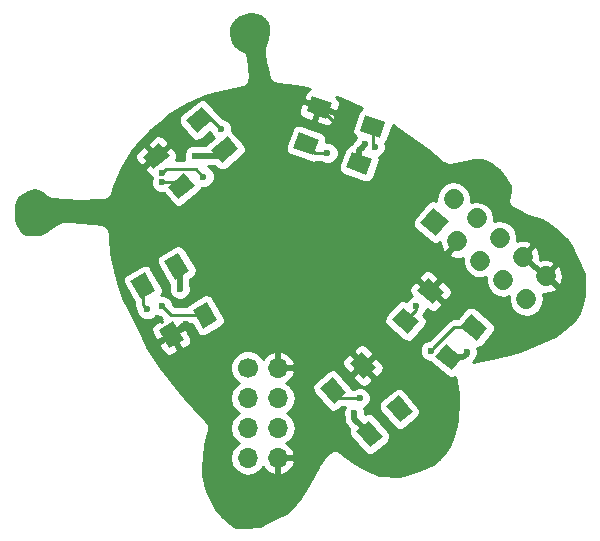
<source format=gtl>
G04 #@! TF.FileFunction,Copper,L1,Top,Signal*
%FSLAX46Y46*%
G04 Gerber Fmt 4.6, Leading zero omitted, Abs format (unit mm)*
G04 Created by KiCad (PCBNEW 4.0.6-e0-6349~52~ubuntu16.10.1) date Sun Jul  9 07:11:00 2017*
%MOMM*%
%LPD*%
G01*
G04 APERTURE LIST*
%ADD10C,0.100000*%
%ADD11C,1.700000*%
%ADD12O,1.700000X1.700000*%
%ADD13C,1.700000*%
%ADD14C,0.600000*%
%ADD15C,0.500000*%
%ADD16C,0.250000*%
%ADD17C,0.254000*%
G04 APERTURE END LIST*
D10*
D11*
X100250000Y-145710000D03*
D12*
X102790000Y-145710000D03*
X100250000Y-148250000D03*
X102790000Y-148250000D03*
X100250000Y-150790000D03*
X102790000Y-150790000D03*
X100250000Y-153330000D03*
X102790000Y-153330000D03*
D10*
G36*
X94072724Y-138225962D02*
X93172724Y-136667116D01*
X94385160Y-135967116D01*
X95285160Y-137525962D01*
X94072724Y-138225962D01*
X94072724Y-138225962D01*
G37*
G36*
X91214840Y-139875962D02*
X90314840Y-138317116D01*
X91527276Y-137617116D01*
X92427276Y-139175962D01*
X91214840Y-139875962D01*
X91214840Y-139875962D01*
G37*
G36*
X93614840Y-144032884D02*
X92714840Y-142474038D01*
X93927276Y-141774038D01*
X94827276Y-143332884D01*
X93614840Y-144032884D01*
X93614840Y-144032884D01*
G37*
G36*
X96472724Y-142382884D02*
X95572724Y-140824038D01*
X96785160Y-140124038D01*
X97685160Y-141682884D01*
X96472724Y-142382884D01*
X96472724Y-142382884D01*
G37*
G36*
X97158821Y-127263561D02*
X98537701Y-126106543D01*
X99437603Y-127179005D01*
X98058723Y-128336023D01*
X97158821Y-127263561D01*
X97158821Y-127263561D01*
G37*
G36*
X95037622Y-124735614D02*
X96416502Y-123578596D01*
X97316404Y-124651058D01*
X95937524Y-125808076D01*
X95037622Y-124735614D01*
X95037622Y-124735614D01*
G37*
G36*
X91360609Y-127820995D02*
X92739489Y-126663977D01*
X93639391Y-127736439D01*
X92260511Y-128893457D01*
X91360609Y-127820995D01*
X91360609Y-127820995D01*
G37*
G36*
X93481808Y-130348942D02*
X94860688Y-129191924D01*
X95760590Y-130264386D01*
X94381710Y-131421404D01*
X93481808Y-130348942D01*
X93481808Y-130348942D01*
G37*
G36*
X109084620Y-127405738D02*
X110776066Y-128021374D01*
X110297238Y-129336944D01*
X108605792Y-128721308D01*
X109084620Y-127405738D01*
X109084620Y-127405738D01*
G37*
G36*
X110213287Y-124304753D02*
X111904733Y-124920389D01*
X111425905Y-126235959D01*
X109734459Y-125620323D01*
X110213287Y-124304753D01*
X110213287Y-124304753D01*
G37*
G36*
X105702762Y-122663056D02*
X107394208Y-123278692D01*
X106915380Y-124594262D01*
X105223934Y-123978626D01*
X105702762Y-122663056D01*
X105702762Y-122663056D01*
G37*
G36*
X104574095Y-125764041D02*
X106265541Y-126379677D01*
X105786713Y-127695247D01*
X104095267Y-127079611D01*
X104574095Y-125764041D01*
X104574095Y-125764041D01*
G37*
G36*
X117038418Y-143691924D02*
X118417298Y-144848942D01*
X117517396Y-145921404D01*
X116138516Y-144764386D01*
X117038418Y-143691924D01*
X117038418Y-143691924D01*
G37*
G36*
X119159617Y-141163977D02*
X120538497Y-142320995D01*
X119638595Y-143393457D01*
X118259715Y-142236439D01*
X119159617Y-141163977D01*
X119159617Y-141163977D01*
G37*
G36*
X115482604Y-138078596D02*
X116861484Y-139235614D01*
X115961582Y-140308076D01*
X114582702Y-139151058D01*
X115482604Y-138078596D01*
X115482604Y-138078596D01*
G37*
G36*
X113361405Y-140606543D02*
X114740285Y-141763561D01*
X113840383Y-142836023D01*
X112461503Y-141679005D01*
X113361405Y-140606543D01*
X113361405Y-140606543D01*
G37*
G36*
X110515156Y-150158821D02*
X111672174Y-151537701D01*
X110599712Y-152437603D01*
X109442694Y-151058723D01*
X110515156Y-150158821D01*
X110515156Y-150158821D01*
G37*
G36*
X113043103Y-148037622D02*
X114200121Y-149416502D01*
X113127659Y-150316404D01*
X111970641Y-148937524D01*
X113043103Y-148037622D01*
X113043103Y-148037622D01*
G37*
G36*
X109957722Y-144360609D02*
X111114740Y-145739489D01*
X110042278Y-146639391D01*
X108885260Y-145260511D01*
X109957722Y-144360609D01*
X109957722Y-144360609D01*
G37*
G36*
X107429775Y-146481808D02*
X108586793Y-147860688D01*
X107514331Y-148760590D01*
X106357313Y-147381710D01*
X107429775Y-146481808D01*
X107429775Y-146481808D01*
G37*
G36*
X116159015Y-134564826D02*
X114856740Y-133472087D01*
X115949479Y-132169812D01*
X117251754Y-133262551D01*
X116159015Y-134564826D01*
X116159015Y-134564826D01*
G37*
D13*
X117686928Y-131421566D02*
X117686928Y-131421566D01*
X118000000Y-135000000D02*
X118000000Y-135000000D01*
X119632680Y-133054247D02*
X119632680Y-133054247D01*
X119945753Y-136632680D02*
X119945753Y-136632680D01*
X121578433Y-134686927D02*
X121578433Y-134686927D01*
X121891506Y-138265361D02*
X121891506Y-138265361D01*
X123524186Y-136319608D02*
X123524186Y-136319608D01*
X123837259Y-139898041D02*
X123837259Y-139898041D01*
X125469939Y-137952288D02*
X125469939Y-137952288D01*
D14*
X118782950Y-144375010D03*
X110194586Y-126758312D03*
X109250000Y-149500000D03*
X95750000Y-127750000D03*
X94500000Y-139000000D03*
X107750000Y-125750000D03*
X95000000Y-142000000D03*
X95445201Y-133113476D03*
X95250000Y-126250000D03*
X93000000Y-129199987D03*
X96500000Y-129500000D03*
X93000000Y-130000000D03*
X91750000Y-140750000D03*
X93000000Y-140500000D03*
X107000000Y-127500000D03*
X98000000Y-125500000D03*
X114500000Y-140500000D03*
X111000000Y-127000000D03*
X115749992Y-144250000D03*
X109750000Y-148250000D03*
D15*
X118466913Y-144806664D02*
X118782950Y-144490627D01*
X117277907Y-144806664D02*
X118466913Y-144806664D01*
X118782950Y-144490627D02*
X118782950Y-144375010D01*
X109894587Y-127058311D02*
X110194586Y-126758312D01*
X109690929Y-128371341D02*
X109690929Y-127261969D01*
X109690929Y-127261969D02*
X109894587Y-127058311D01*
X109250000Y-149500000D02*
X109250000Y-149990778D01*
X109250000Y-149990778D02*
X110557434Y-151298212D01*
X95750000Y-127750000D02*
X97769495Y-127750000D01*
X97769495Y-127750000D02*
X98298212Y-127221283D01*
X94500000Y-139000000D02*
X94500000Y-137367597D01*
X94500000Y-137367597D02*
X94228942Y-137096539D01*
D16*
X106309071Y-123628659D02*
X107750000Y-125069588D01*
X107750000Y-125069588D02*
X107750000Y-125750000D01*
X95000000Y-142000000D02*
X94674519Y-142000000D01*
X94674519Y-142000000D02*
X93771058Y-142903461D01*
X93299999Y-128899988D02*
X93000000Y-129199987D01*
X93333073Y-128866914D02*
X93299999Y-128899988D01*
X96500000Y-129500000D02*
X95866914Y-128866914D01*
X95866914Y-128866914D02*
X93333073Y-128866914D01*
X93000000Y-130000000D02*
X94314535Y-130000000D01*
X94314535Y-130000000D02*
X94621199Y-130306664D01*
X91371058Y-138746539D02*
X91371058Y-140371058D01*
X91371058Y-140371058D02*
X91750000Y-140750000D01*
X93000000Y-140500000D02*
X93753461Y-141253461D01*
X93753461Y-141253461D02*
X96628942Y-141253461D01*
X107000000Y-127500000D02*
X105950760Y-127500000D01*
X105950760Y-127500000D02*
X105180404Y-126729644D01*
X96177013Y-124693336D02*
X97193336Y-124693336D01*
X97193336Y-124693336D02*
X98000000Y-125500000D01*
X114500000Y-140500000D02*
X114500000Y-140822177D01*
X114500000Y-140822177D02*
X113600894Y-141721283D01*
X110819596Y-125270356D02*
X110819596Y-126819596D01*
X110819596Y-126819596D02*
X111000000Y-127000000D01*
X116049991Y-143950001D02*
X115749992Y-144250000D01*
X119399106Y-142278717D02*
X117721275Y-142278717D01*
X117721275Y-142278717D02*
X116049991Y-143950001D01*
X109750000Y-148250000D02*
X108100854Y-148250000D01*
X108100854Y-148250000D02*
X107472053Y-147621199D01*
D17*
G36*
X100629048Y-115750930D02*
X101312719Y-115911794D01*
X101660515Y-116143658D01*
X101841226Y-116474960D01*
X101952858Y-116847068D01*
X101990000Y-117144201D01*
X101990000Y-117299543D01*
X101908067Y-117873073D01*
X101635206Y-118600702D01*
X101628103Y-118644047D01*
X101609697Y-118683924D01*
X101605892Y-118779596D01*
X101590409Y-118874084D01*
X101600434Y-118916844D01*
X101598688Y-118960733D01*
X101748688Y-119910733D01*
X101760913Y-119943918D01*
X101762992Y-119979220D01*
X102062992Y-121129219D01*
X102068948Y-121141502D01*
X102070266Y-121155087D01*
X102129189Y-121265722D01*
X102183872Y-121378483D01*
X102194072Y-121387548D01*
X102200490Y-121399599D01*
X102297266Y-121479263D01*
X102390939Y-121562515D01*
X102403836Y-121566988D01*
X102414374Y-121575663D01*
X102534268Y-121612228D01*
X102652671Y-121653296D01*
X102666294Y-121652494D01*
X102679352Y-121656476D01*
X103670623Y-121755603D01*
X104824299Y-121899812D01*
X105497377Y-122058184D01*
X105319924Y-122140932D01*
X105149257Y-122327182D01*
X104964375Y-122835141D01*
X105059256Y-123038613D01*
X106233167Y-123465881D01*
X106240007Y-123447088D01*
X106478690Y-123533960D01*
X106471849Y-123552755D01*
X107645760Y-123980023D01*
X107849231Y-123885143D01*
X108034113Y-123377183D01*
X108023094Y-123124805D01*
X107916334Y-122895855D01*
X107735697Y-122730331D01*
X108078654Y-122856684D01*
X109903575Y-123695160D01*
X109909998Y-123696693D01*
X109915419Y-123700472D01*
X109947462Y-123714491D01*
X109738977Y-123864062D01*
X109604892Y-124083316D01*
X109126064Y-125398886D01*
X109087189Y-125635155D01*
X109143955Y-125885811D01*
X109293768Y-126094633D01*
X109443965Y-126186487D01*
X109402394Y-126227985D01*
X109352020Y-126349298D01*
X109268797Y-126432521D01*
X109268795Y-126432524D01*
X109065139Y-126636179D01*
X108968030Y-126781513D01*
X108819132Y-126815234D01*
X108610310Y-126965047D01*
X108476225Y-127184301D01*
X107997397Y-128499871D01*
X107958522Y-128736140D01*
X108015288Y-128986796D01*
X108165101Y-129195618D01*
X108384354Y-129329703D01*
X110075800Y-129945339D01*
X110312070Y-129984214D01*
X110562726Y-129927448D01*
X110771548Y-129777635D01*
X110905633Y-129558381D01*
X111384461Y-128242811D01*
X111423336Y-128006542D01*
X111388174Y-127851281D01*
X111528943Y-127793117D01*
X111792192Y-127530327D01*
X111934838Y-127186799D01*
X111935162Y-126814833D01*
X111883130Y-126688907D01*
X111900215Y-126676650D01*
X112034300Y-126457396D01*
X112513128Y-125141826D01*
X112513538Y-125139335D01*
X112986369Y-125477071D01*
X115467941Y-127263803D01*
X116801512Y-128350417D01*
X116835509Y-128368435D01*
X116863058Y-128395295D01*
X116956953Y-128432801D01*
X117046286Y-128480147D01*
X117084589Y-128483784D01*
X117120322Y-128498057D01*
X117221423Y-128496776D01*
X117322074Y-128506332D01*
X117358853Y-128495034D01*
X117397328Y-128494546D01*
X119024007Y-128149493D01*
X119300457Y-128110000D01*
X120100561Y-128110000D01*
X120302242Y-128167623D01*
X120820375Y-128406762D01*
X121272990Y-128777082D01*
X121480049Y-128984141D01*
X122065162Y-129659272D01*
X122271854Y-130031316D01*
X122417211Y-130322031D01*
X122440000Y-130458763D01*
X122440000Y-130849543D01*
X122406190Y-131086213D01*
X122326435Y-131325478D01*
X122315300Y-131413807D01*
X122291787Y-131499669D01*
X122298132Y-131550000D01*
X122291787Y-131600331D01*
X122315301Y-131686195D01*
X122326435Y-131774522D01*
X122351557Y-131818592D01*
X122364956Y-131867522D01*
X122419542Y-131937855D01*
X122463628Y-132015193D01*
X122503703Y-132046296D01*
X122534807Y-132086372D01*
X122612148Y-132130460D01*
X122682478Y-132185043D01*
X123182478Y-132435043D01*
X123200278Y-132439917D01*
X123215419Y-132450472D01*
X124015418Y-132800472D01*
X124037785Y-132805381D01*
X124057362Y-132817253D01*
X124607362Y-133017253D01*
X124617003Y-133018734D01*
X124625478Y-133023565D01*
X125177608Y-133207608D01*
X125552539Y-133395073D01*
X126229271Y-133981574D01*
X127236574Y-134892944D01*
X127642577Y-135380148D01*
X128706716Y-137739759D01*
X128740000Y-138039319D01*
X128740000Y-138972729D01*
X128695050Y-139557082D01*
X128564334Y-140254231D01*
X128261599Y-141032693D01*
X127929123Y-141572966D01*
X127559730Y-141983402D01*
X126586950Y-142770890D01*
X126261738Y-142974148D01*
X125652469Y-143255349D01*
X125648464Y-143258261D01*
X125643667Y-143259485D01*
X124514686Y-143799432D01*
X123334774Y-144271397D01*
X122335549Y-144509308D01*
X122334528Y-144509777D01*
X122333405Y-144509822D01*
X120897021Y-144856535D01*
X119660758Y-145103788D01*
X119361521Y-145163635D01*
X119408737Y-145116419D01*
X119408740Y-145116417D01*
X119498973Y-144981374D01*
X119575142Y-144905337D01*
X119717788Y-144561809D01*
X119718112Y-144189843D01*
X119654171Y-144035094D01*
X119686108Y-144039151D01*
X119933576Y-143969795D01*
X120134563Y-143809623D01*
X121034465Y-142737161D01*
X121151805Y-142528437D01*
X121184191Y-142273483D01*
X121114835Y-142026015D01*
X120954663Y-141825027D01*
X119575783Y-140668009D01*
X119367059Y-140550669D01*
X119112104Y-140518283D01*
X118864636Y-140587639D01*
X118663649Y-140747811D01*
X118016782Y-141518717D01*
X117721275Y-141518717D01*
X117430436Y-141576569D01*
X117353627Y-141627891D01*
X117183873Y-141741316D01*
X115610312Y-143314878D01*
X115564825Y-143314838D01*
X115221049Y-143456883D01*
X114957800Y-143719673D01*
X114815154Y-144063201D01*
X114814830Y-144435167D01*
X114956875Y-144778943D01*
X115219665Y-145042192D01*
X115563193Y-145184838D01*
X115662238Y-145184924D01*
X115722350Y-145260354D01*
X117101230Y-146417372D01*
X117309954Y-146534712D01*
X117564909Y-146567098D01*
X117782344Y-146506159D01*
X117852870Y-146835279D01*
X118043816Y-147933220D01*
X118088523Y-148648525D01*
X117995797Y-150039407D01*
X117862267Y-150573528D01*
X117622028Y-151486437D01*
X117314936Y-152319971D01*
X116943848Y-152855988D01*
X116457031Y-153387061D01*
X115914958Y-153845739D01*
X114741652Y-154387265D01*
X113462261Y-154798497D01*
X112935867Y-154838989D01*
X111657273Y-154791634D01*
X111375350Y-154756394D01*
X110579093Y-154446738D01*
X109887289Y-154123896D01*
X109304260Y-153765108D01*
X108269997Y-152965905D01*
X108152046Y-152847954D01*
X108078020Y-152798492D01*
X108011740Y-152739064D01*
X107963887Y-152722231D01*
X107921705Y-152694046D01*
X107834390Y-152676678D01*
X107750409Y-152647136D01*
X107699755Y-152649897D01*
X107650000Y-152640000D01*
X107562682Y-152657369D01*
X107473792Y-152662214D01*
X107428051Y-152684149D01*
X107378295Y-152694046D01*
X107304273Y-152743506D01*
X107224000Y-152782000D01*
X107024000Y-152932000D01*
X106946747Y-153018161D01*
X106864032Y-153099075D01*
X106214032Y-154049074D01*
X106200159Y-154081551D01*
X106177463Y-154108609D01*
X105332946Y-155648611D01*
X104710800Y-156701473D01*
X104278149Y-157263920D01*
X103494521Y-157960477D01*
X102233868Y-158614149D01*
X101316557Y-159050964D01*
X100025540Y-159140000D01*
X99295733Y-159140000D01*
X99123972Y-159066388D01*
X98718293Y-158822980D01*
X98066324Y-158257941D01*
X97593850Y-157656610D01*
X96858277Y-156323384D01*
X96734796Y-155911778D01*
X96460000Y-154812596D01*
X96460000Y-154166135D01*
X96507336Y-153124749D01*
X96648462Y-152277992D01*
X96740034Y-151820133D01*
X96981149Y-151000338D01*
X96989499Y-150907498D01*
X97009809Y-150816507D01*
X97001802Y-150770716D01*
X97005966Y-150724424D01*
X96978151Y-150635450D01*
X96962094Y-150543619D01*
X96937176Y-150504381D01*
X96923306Y-150460015D01*
X96863561Y-150388461D01*
X96813583Y-150309762D01*
X95778266Y-149225146D01*
X94953144Y-148250000D01*
X98735907Y-148250000D01*
X98848946Y-148818285D01*
X99170853Y-149300054D01*
X99500026Y-149520000D01*
X99170853Y-149739946D01*
X98848946Y-150221715D01*
X98735907Y-150790000D01*
X98848946Y-151358285D01*
X99170853Y-151840054D01*
X99500026Y-152060000D01*
X99170853Y-152279946D01*
X98848946Y-152761715D01*
X98735907Y-153330000D01*
X98848946Y-153898285D01*
X99170853Y-154380054D01*
X99652622Y-154701961D01*
X100220907Y-154815000D01*
X100279093Y-154815000D01*
X100847378Y-154701961D01*
X101329147Y-154380054D01*
X101518345Y-154096899D01*
X101518355Y-154096924D01*
X101908642Y-154525183D01*
X102433108Y-154771486D01*
X102663000Y-154650819D01*
X102663000Y-153457000D01*
X102917000Y-153457000D01*
X102917000Y-154650819D01*
X103146892Y-154771486D01*
X103671358Y-154525183D01*
X104061645Y-154096924D01*
X104231476Y-153686890D01*
X104110155Y-153457000D01*
X102917000Y-153457000D01*
X102663000Y-153457000D01*
X102643000Y-153457000D01*
X102643000Y-153203000D01*
X102663000Y-153203000D01*
X102663000Y-153183000D01*
X102917000Y-153183000D01*
X102917000Y-153203000D01*
X104110155Y-153203000D01*
X104231476Y-152973110D01*
X104061645Y-152563076D01*
X103671358Y-152134817D01*
X103528447Y-152067702D01*
X103869147Y-151840054D01*
X104191054Y-151358285D01*
X104304093Y-150790000D01*
X104191054Y-150221715D01*
X103869147Y-149739946D01*
X103539974Y-149520000D01*
X103869147Y-149300054D01*
X104191054Y-148818285D01*
X104304093Y-148250000D01*
X104191054Y-147681715D01*
X103946944Y-147316377D01*
X105713178Y-147316377D01*
X105738508Y-147572129D01*
X105861345Y-147797876D01*
X107018363Y-149176756D01*
X107203541Y-149328558D01*
X107448998Y-149404725D01*
X107704750Y-149379395D01*
X107930497Y-149256558D01*
X108224334Y-149010000D01*
X108441063Y-149010000D01*
X108315162Y-149313201D01*
X108314838Y-149685167D01*
X108365000Y-149806569D01*
X108365000Y-149990773D01*
X108364999Y-149990778D01*
X108410936Y-150221715D01*
X108432367Y-150329453D01*
X108598306Y-150577800D01*
X108624210Y-150616568D01*
X108846509Y-150838867D01*
X108798559Y-150993390D01*
X108823889Y-151249142D01*
X108946726Y-151474889D01*
X110103744Y-152853769D01*
X110288922Y-153005571D01*
X110534379Y-153081738D01*
X110790131Y-153056408D01*
X111015878Y-152933571D01*
X112088340Y-152033669D01*
X112240142Y-151848491D01*
X112316309Y-151603034D01*
X112290979Y-151347282D01*
X112168142Y-151121535D01*
X111011124Y-149742655D01*
X110825946Y-149590853D01*
X110580489Y-149514686D01*
X110324737Y-149540016D01*
X110184900Y-149616107D01*
X110185162Y-149314833D01*
X110102940Y-149115840D01*
X110278943Y-149043117D01*
X110450167Y-148872191D01*
X111326506Y-148872191D01*
X111351836Y-149127943D01*
X111474673Y-149353690D01*
X112631691Y-150732570D01*
X112816869Y-150884372D01*
X113062326Y-150960539D01*
X113318078Y-150935209D01*
X113543825Y-150812372D01*
X114616287Y-149912470D01*
X114768089Y-149727292D01*
X114844256Y-149481835D01*
X114818926Y-149226083D01*
X114696089Y-149000336D01*
X113539071Y-147621456D01*
X113353893Y-147469654D01*
X113108436Y-147393487D01*
X112852684Y-147418817D01*
X112626937Y-147541654D01*
X111554475Y-148441556D01*
X111402673Y-148626734D01*
X111326506Y-148872191D01*
X110450167Y-148872191D01*
X110542192Y-148780327D01*
X110684838Y-148436799D01*
X110685162Y-148064833D01*
X110543117Y-147721057D01*
X110280327Y-147457808D01*
X109936799Y-147315162D01*
X109564833Y-147314838D01*
X109221057Y-147456883D01*
X109187882Y-147490000D01*
X109107507Y-147490000D01*
X109082761Y-147444522D01*
X108354840Y-146577019D01*
X109161007Y-146577019D01*
X109474650Y-146950803D01*
X109637030Y-147144321D01*
X109861105Y-147260967D01*
X110112763Y-147282983D01*
X110353690Y-147207019D01*
X110767782Y-146859555D01*
X110787349Y-146635903D01*
X109984346Y-145678922D01*
X109180574Y-146353367D01*
X109161007Y-146577019D01*
X108354840Y-146577019D01*
X107925743Y-146065642D01*
X107740565Y-145913840D01*
X107495108Y-145837673D01*
X107239356Y-145863003D01*
X107013609Y-145985840D01*
X105941147Y-146885742D01*
X105789345Y-147070920D01*
X105713178Y-147316377D01*
X103946944Y-147316377D01*
X103869147Y-147199946D01*
X103528447Y-146972298D01*
X103671358Y-146905183D01*
X104061645Y-146476924D01*
X104231476Y-146066890D01*
X104110155Y-145837000D01*
X102917000Y-145837000D01*
X102917000Y-145857000D01*
X102663000Y-145857000D01*
X102663000Y-145837000D01*
X102643000Y-145837000D01*
X102643000Y-145583000D01*
X102663000Y-145583000D01*
X102663000Y-144389181D01*
X102917000Y-144389181D01*
X102917000Y-145583000D01*
X104110155Y-145583000D01*
X104231476Y-145353110D01*
X104222317Y-145330996D01*
X108241668Y-145330996D01*
X108317631Y-145571922D01*
X108480012Y-145765440D01*
X108793654Y-146139224D01*
X109017306Y-146158791D01*
X109783766Y-145515654D01*
X110178922Y-145515654D01*
X110981924Y-146472635D01*
X111205576Y-146492202D01*
X111619668Y-146144737D01*
X111736315Y-145920662D01*
X111758332Y-145669004D01*
X111682369Y-145428078D01*
X111519988Y-145234560D01*
X111206346Y-144860776D01*
X110982694Y-144841209D01*
X110178922Y-145515654D01*
X109783766Y-145515654D01*
X109821078Y-145484346D01*
X109018076Y-144527365D01*
X108794424Y-144507798D01*
X108380332Y-144855263D01*
X108263685Y-145079338D01*
X108241668Y-145330996D01*
X104222317Y-145330996D01*
X104061645Y-144943076D01*
X103671358Y-144514817D01*
X103350422Y-144364097D01*
X109212651Y-144364097D01*
X110015654Y-145321078D01*
X110819426Y-144646633D01*
X110838993Y-144422981D01*
X110525350Y-144049197D01*
X110362970Y-143855679D01*
X110138895Y-143739033D01*
X109887237Y-143717017D01*
X109646310Y-143792981D01*
X109232218Y-144140445D01*
X109212651Y-144364097D01*
X103350422Y-144364097D01*
X103146892Y-144268514D01*
X102917000Y-144389181D01*
X102663000Y-144389181D01*
X102433108Y-144268514D01*
X101908642Y-144514817D01*
X101533169Y-144926820D01*
X101509656Y-144869914D01*
X101092283Y-144451812D01*
X100546681Y-144225258D01*
X99955911Y-144224743D01*
X99409914Y-144450344D01*
X98991812Y-144867717D01*
X98765258Y-145413319D01*
X98764743Y-146004089D01*
X98990344Y-146550086D01*
X99407717Y-146968188D01*
X99475550Y-146996355D01*
X99170853Y-147199946D01*
X98848946Y-147681715D01*
X98735907Y-148250000D01*
X94953144Y-148250000D01*
X94144736Y-147294609D01*
X93215416Y-146169643D01*
X92888841Y-145703107D01*
X91719385Y-143900195D01*
X91679607Y-143818428D01*
X92757789Y-143818428D01*
X93001760Y-144240997D01*
X93128069Y-144459772D01*
X93328485Y-144613556D01*
X93572496Y-144678938D01*
X93822953Y-144645964D01*
X94291091Y-144375685D01*
X94349198Y-144158828D01*
X93724573Y-143076946D01*
X92815896Y-143601571D01*
X92757789Y-143818428D01*
X91679607Y-143818428D01*
X90838457Y-142089399D01*
X90836080Y-142086267D01*
X90835043Y-142082479D01*
X90237820Y-140888032D01*
X89709588Y-139783547D01*
X89278444Y-138490115D01*
X89251894Y-138397188D01*
X89672371Y-138397188D01*
X89754140Y-138640836D01*
X90611058Y-140125062D01*
X90611058Y-140371058D01*
X90668910Y-140661897D01*
X90814886Y-140880366D01*
X90814838Y-140935167D01*
X90956883Y-141278943D01*
X91219673Y-141542192D01*
X91563201Y-141684838D01*
X91935167Y-141685162D01*
X92278943Y-141543117D01*
X92512494Y-141309973D01*
X92813201Y-141434838D01*
X92860077Y-141434879D01*
X93000865Y-141575667D01*
X92893571Y-141637613D01*
X92972945Y-141775093D01*
X92756091Y-141716987D01*
X92287953Y-141987267D01*
X92134169Y-142187682D01*
X92068786Y-142431693D01*
X92101759Y-142682150D01*
X92228069Y-142900925D01*
X92472039Y-143323494D01*
X92688896Y-143381601D01*
X93436544Y-142949946D01*
X93944543Y-142949946D01*
X94569168Y-144031828D01*
X94786025Y-144089935D01*
X95254163Y-143819655D01*
X95407947Y-143619240D01*
X95473330Y-143375229D01*
X95440357Y-143124772D01*
X95314047Y-142905997D01*
X95070077Y-142483428D01*
X94853220Y-142425321D01*
X93944543Y-142949946D01*
X93436544Y-142949946D01*
X93597573Y-142856976D01*
X93587573Y-142839655D01*
X93807543Y-142712655D01*
X93817543Y-142729976D01*
X94726220Y-142205351D01*
X94777637Y-142013461D01*
X95511838Y-142013461D01*
X95912024Y-142706604D01*
X96068029Y-142888255D01*
X96296531Y-143005888D01*
X96552796Y-143025353D01*
X96796444Y-142943584D01*
X98008880Y-142243584D01*
X98190531Y-142087579D01*
X98308164Y-141859077D01*
X98318232Y-141726517D01*
X111815809Y-141726517D01*
X111885165Y-141973985D01*
X112045337Y-142174973D01*
X113424217Y-143331991D01*
X113632941Y-143449331D01*
X113887896Y-143481717D01*
X114135364Y-143412361D01*
X114336351Y-143252189D01*
X115236253Y-142179727D01*
X115353593Y-141971003D01*
X115385979Y-141716049D01*
X115316623Y-141468581D01*
X115156451Y-141267593D01*
X115119552Y-141236631D01*
X115187704Y-141134632D01*
X115292192Y-141030327D01*
X115432307Y-140692895D01*
X115456653Y-140713324D01*
X115650171Y-140875705D01*
X115891097Y-140951668D01*
X116142755Y-140929651D01*
X116366830Y-140813004D01*
X116714295Y-140398912D01*
X116694728Y-140175260D01*
X115737747Y-139372258D01*
X115724891Y-139387579D01*
X115530316Y-139224310D01*
X115543171Y-139208990D01*
X115505860Y-139177682D01*
X115901015Y-139177682D01*
X116857996Y-139980685D01*
X117081648Y-139961118D01*
X117429112Y-139547026D01*
X117505076Y-139306099D01*
X117483060Y-139054441D01*
X117366414Y-138830366D01*
X117172896Y-138667986D01*
X116799112Y-138354343D01*
X116575460Y-138373910D01*
X115901015Y-139177682D01*
X115505860Y-139177682D01*
X114586190Y-138405987D01*
X114362538Y-138425554D01*
X114015074Y-138839646D01*
X113939110Y-139080573D01*
X113961126Y-139332231D01*
X114077772Y-139556306D01*
X114162803Y-139627655D01*
X113971057Y-139706883D01*
X113707808Y-139969673D01*
X113673576Y-140052112D01*
X113568847Y-139993235D01*
X113313892Y-139960849D01*
X113066424Y-140030205D01*
X112865437Y-140190377D01*
X111965535Y-141262839D01*
X111848195Y-141471563D01*
X111815809Y-141726517D01*
X98318232Y-141726517D01*
X98327629Y-141602812D01*
X98245860Y-141359164D01*
X97345860Y-139800318D01*
X97189855Y-139618667D01*
X96961353Y-139501034D01*
X96705088Y-139481569D01*
X96461440Y-139563338D01*
X95249004Y-140263338D01*
X95067353Y-140419343D01*
X95029197Y-140493461D01*
X94068263Y-140493461D01*
X93935122Y-140360320D01*
X93935162Y-140314833D01*
X93793117Y-139971057D01*
X93530327Y-139707808D01*
X93186799Y-139565162D01*
X92940734Y-139564948D01*
X93050280Y-139352155D01*
X93069745Y-139095890D01*
X92987976Y-138852242D01*
X92087976Y-137293396D01*
X91931971Y-137111745D01*
X91703469Y-136994112D01*
X91447204Y-136974647D01*
X91203556Y-137056416D01*
X89991120Y-137756416D01*
X89809469Y-137912421D01*
X89691836Y-138140923D01*
X89672371Y-138397188D01*
X89251894Y-138397188D01*
X89085930Y-137816316D01*
X88818648Y-136747188D01*
X92530255Y-136747188D01*
X92612024Y-136990836D01*
X93512024Y-138549682D01*
X93615000Y-138669586D01*
X93615000Y-138693178D01*
X93565162Y-138813201D01*
X93564838Y-139185167D01*
X93706883Y-139528943D01*
X93969673Y-139792192D01*
X94313201Y-139934838D01*
X94685167Y-139935162D01*
X95028943Y-139793117D01*
X95292192Y-139530327D01*
X95434838Y-139186799D01*
X95435162Y-138814833D01*
X95385000Y-138693431D01*
X95385000Y-138215919D01*
X95608880Y-138086662D01*
X95724040Y-137987760D01*
X114729891Y-137987760D01*
X114749458Y-138211412D01*
X115706439Y-139014414D01*
X116380884Y-138210642D01*
X116361317Y-137986990D01*
X115987533Y-137673348D01*
X115794015Y-137510967D01*
X115553089Y-137435004D01*
X115301431Y-137457021D01*
X115077356Y-137573668D01*
X114729891Y-137987760D01*
X95724040Y-137987760D01*
X95790531Y-137930657D01*
X95908164Y-137702155D01*
X95927629Y-137445890D01*
X95845860Y-137202242D01*
X94945860Y-135643396D01*
X94789855Y-135461745D01*
X94561353Y-135344112D01*
X94305088Y-135324647D01*
X94061440Y-135406416D01*
X92849004Y-136106416D01*
X92667353Y-136262421D01*
X92549720Y-136490923D01*
X92530255Y-136747188D01*
X88818648Y-136747188D01*
X88747684Y-136463333D01*
X88657352Y-135831005D01*
X88609019Y-134912683D01*
X88606302Y-134901995D01*
X88607548Y-134891038D01*
X88557547Y-134291038D01*
X88534166Y-134209572D01*
X88523565Y-134125478D01*
X88473565Y-133975478D01*
X88405930Y-133856829D01*
X88339072Y-133737938D01*
X88337415Y-133736636D01*
X88336372Y-133734807D01*
X88228481Y-133651072D01*
X88121214Y-133566817D01*
X88119189Y-133566250D01*
X88117522Y-133564956D01*
X87985851Y-133528899D01*
X87952652Y-133519599D01*
X114211046Y-133519599D01*
X114280402Y-133767067D01*
X114440573Y-133968055D01*
X115742848Y-135060794D01*
X115951573Y-135178134D01*
X116206527Y-135210520D01*
X116453995Y-135141164D01*
X116540169Y-135072491D01*
X116595104Y-135481167D01*
X116800043Y-135874830D01*
X117054133Y-135929663D01*
X117821078Y-135015654D01*
X117805757Y-135002798D01*
X117969026Y-134808223D01*
X117984346Y-134821078D01*
X117997202Y-134805757D01*
X118191777Y-134969026D01*
X118178922Y-134984346D01*
X118194243Y-134997202D01*
X118030974Y-135191777D01*
X118015654Y-135178922D01*
X117248708Y-136092931D01*
X117346831Y-136333639D01*
X117770100Y-136467106D01*
X118349037Y-136443408D01*
X118492311Y-136377072D01*
X118447702Y-136784394D01*
X118609841Y-137340664D01*
X118972513Y-137792543D01*
X119480505Y-138071237D01*
X120056479Y-138134317D01*
X120436555Y-138023534D01*
X120393455Y-138417075D01*
X120555594Y-138973345D01*
X120918266Y-139425224D01*
X121426258Y-139703918D01*
X122002232Y-139766998D01*
X122382308Y-139656215D01*
X122339208Y-140049755D01*
X122501347Y-140606025D01*
X122864019Y-141057904D01*
X123372011Y-141336598D01*
X123947985Y-141399678D01*
X124504255Y-141237539D01*
X124956134Y-140874867D01*
X124993536Y-140830293D01*
X125272230Y-140322302D01*
X125335310Y-139746327D01*
X125240015Y-139419386D01*
X125240039Y-139419394D01*
X125818976Y-139395696D01*
X126344776Y-139152252D01*
X126400111Y-138898582D01*
X125485593Y-138131210D01*
X125472737Y-138146531D01*
X125278162Y-137983262D01*
X125291017Y-137967942D01*
X125253706Y-137936634D01*
X125648861Y-137936634D01*
X126563379Y-138704006D01*
X126803587Y-138605462D01*
X126952028Y-138045377D01*
X126874835Y-137471121D01*
X126669896Y-137077458D01*
X126415806Y-137022625D01*
X125648861Y-137936634D01*
X125253706Y-137936634D01*
X124376499Y-137200570D01*
X123539840Y-136498530D01*
X123526984Y-136513851D01*
X123332409Y-136350582D01*
X123345264Y-136335262D01*
X123329943Y-136322406D01*
X123345426Y-136303954D01*
X123703108Y-136303954D01*
X124617626Y-137071326D01*
X125454285Y-137773366D01*
X126221231Y-136859357D01*
X126123108Y-136618649D01*
X125699839Y-136485182D01*
X125120902Y-136508880D01*
X124961184Y-136582829D01*
X125006275Y-136412697D01*
X124929082Y-135838441D01*
X124724143Y-135444778D01*
X124470053Y-135389945D01*
X123703108Y-136303954D01*
X123345426Y-136303954D01*
X123493212Y-136127831D01*
X123508532Y-136140686D01*
X124275478Y-135226677D01*
X124177355Y-134985969D01*
X123754086Y-134852502D01*
X123175149Y-134876200D01*
X123031875Y-134942536D01*
X123076484Y-134535213D01*
X122914345Y-133978943D01*
X122551673Y-133527064D01*
X122043681Y-133248370D01*
X121467707Y-133185290D01*
X121087631Y-133296073D01*
X121130731Y-132902533D01*
X120968592Y-132346263D01*
X120605920Y-131894384D01*
X120097928Y-131615690D01*
X119521954Y-131552610D01*
X119141879Y-131663393D01*
X119184979Y-131269852D01*
X119022840Y-130713582D01*
X118660168Y-130261703D01*
X118152176Y-129983009D01*
X117576202Y-129919929D01*
X117019932Y-130082068D01*
X116568053Y-130444740D01*
X116530651Y-130489314D01*
X116251957Y-130997306D01*
X116188877Y-131573280D01*
X116189291Y-131574702D01*
X116156921Y-131556504D01*
X115901967Y-131524118D01*
X115654499Y-131593474D01*
X115453511Y-131753645D01*
X114360772Y-133055920D01*
X114243432Y-133264645D01*
X114211046Y-133519599D01*
X87952652Y-133519599D01*
X87854454Y-133492091D01*
X87207965Y-133442361D01*
X86061507Y-133342669D01*
X86057925Y-133343063D01*
X86054454Y-133342091D01*
X85404455Y-133292091D01*
X85377060Y-133295383D01*
X85350000Y-133290000D01*
X84600000Y-133290000D01*
X84531777Y-133303571D01*
X84462215Y-133303498D01*
X84397240Y-133330332D01*
X84328295Y-133344046D01*
X84270459Y-133382691D01*
X84206163Y-133409244D01*
X83756163Y-133709244D01*
X83751675Y-133713723D01*
X83745861Y-133716244D01*
X83157607Y-134123497D01*
X82665136Y-134328693D01*
X82450561Y-134390000D01*
X81620302Y-134390000D01*
X81503166Y-134366573D01*
X81366511Y-134311911D01*
X81264090Y-134250459D01*
X81087600Y-134044554D01*
X80829366Y-133571125D01*
X80635043Y-133182478D01*
X80635042Y-133182476D01*
X80610000Y-133132393D01*
X80610000Y-132014023D01*
X80674205Y-131660898D01*
X80830203Y-131411301D01*
X80942862Y-131270477D01*
X81189607Y-131094231D01*
X81616511Y-130838088D01*
X81992428Y-130687723D01*
X82158763Y-130660000D01*
X82250561Y-130660000D01*
X82470035Y-130722707D01*
X82658892Y-130798250D01*
X82858773Y-130898191D01*
X83070725Y-131074817D01*
X83197954Y-131202046D01*
X83290003Y-131263550D01*
X83376851Y-131332198D01*
X83404447Y-131340019D01*
X83428295Y-131355954D01*
X83536869Y-131377551D01*
X83643381Y-131407739D01*
X84893381Y-131507739D01*
X84903150Y-131506596D01*
X84912683Y-131509019D01*
X85862683Y-131559019D01*
X85891256Y-131554883D01*
X85919715Y-131559726D01*
X87719714Y-131509726D01*
X87753501Y-131502024D01*
X87788065Y-131504517D01*
X88188065Y-131454517D01*
X88207624Y-131448020D01*
X88228232Y-131448324D01*
X88338444Y-131404565D01*
X88450968Y-131367188D01*
X88466551Y-131353702D01*
X88485709Y-131346095D01*
X88570781Y-131263494D01*
X88660440Y-131185898D01*
X88669678Y-131167471D01*
X88684463Y-131153115D01*
X88731448Y-131044253D01*
X88784590Y-130938246D01*
X88786072Y-130917690D01*
X88794240Y-130898766D01*
X88929215Y-130268883D01*
X89246215Y-129544312D01*
X89511487Y-128984293D01*
X91507798Y-128984293D01*
X91855263Y-129398385D01*
X92079338Y-129515032D01*
X92119971Y-129518587D01*
X92153651Y-129600098D01*
X92065162Y-129813201D01*
X92064838Y-130185167D01*
X92206883Y-130528943D01*
X92469673Y-130792192D01*
X92813201Y-130934838D01*
X93128491Y-130935113D01*
X93885742Y-131837570D01*
X94070920Y-131989372D01*
X94316377Y-132065539D01*
X94572129Y-132040209D01*
X94797876Y-131917372D01*
X96176756Y-130760354D01*
X96328558Y-130575176D01*
X96372090Y-130434889D01*
X96685167Y-130435162D01*
X97028943Y-130293117D01*
X97292192Y-130030327D01*
X97434838Y-129686799D01*
X97435162Y-129314833D01*
X97293117Y-128971057D01*
X97030327Y-128707808D01*
X96854987Y-128635000D01*
X97464422Y-128635000D01*
X97562755Y-128752189D01*
X97747933Y-128903991D01*
X97993390Y-128980158D01*
X98249142Y-128954828D01*
X98474889Y-128831991D01*
X99853769Y-127674973D01*
X100005571Y-127489795D01*
X100081738Y-127244338D01*
X100066893Y-127094443D01*
X103447997Y-127094443D01*
X103504763Y-127345099D01*
X103654576Y-127553921D01*
X103873829Y-127688006D01*
X105565275Y-128303642D01*
X105801545Y-128342517D01*
X106052201Y-128285751D01*
X106088095Y-128260000D01*
X106437537Y-128260000D01*
X106469673Y-128292192D01*
X106813201Y-128434838D01*
X107185167Y-128435162D01*
X107528943Y-128293117D01*
X107792192Y-128030327D01*
X107934838Y-127686799D01*
X107935162Y-127314833D01*
X107793117Y-126971057D01*
X107530327Y-126707808D01*
X107186799Y-126565162D01*
X106879895Y-126564895D01*
X106912811Y-126364845D01*
X106856045Y-126114189D01*
X106706232Y-125905367D01*
X106486979Y-125771282D01*
X104795533Y-125155646D01*
X104559263Y-125116771D01*
X104308607Y-125173537D01*
X104099785Y-125323350D01*
X103965700Y-125542604D01*
X103486872Y-126858174D01*
X103447997Y-127094443D01*
X100066893Y-127094443D01*
X100056408Y-126988586D01*
X99933571Y-126762839D01*
X99033669Y-125690377D01*
X98934905Y-125609414D01*
X98935162Y-125314833D01*
X98793117Y-124971057D01*
X98530327Y-124707808D01*
X98186799Y-124565162D01*
X98139923Y-124565121D01*
X97815569Y-124240767D01*
X97812372Y-124234892D01*
X97514696Y-123880135D01*
X104584029Y-123880135D01*
X104595048Y-124132513D01*
X104701808Y-124361463D01*
X104888058Y-124532130D01*
X105125442Y-124618531D01*
X105583957Y-124785416D01*
X105601128Y-124777409D01*
X106026111Y-124777409D01*
X106120991Y-124980881D01*
X106579506Y-125147767D01*
X106816890Y-125234167D01*
X107069268Y-125223148D01*
X107298218Y-125116386D01*
X107468885Y-124930136D01*
X107653767Y-124422177D01*
X107558886Y-124218705D01*
X106384975Y-123791437D01*
X106026111Y-124777409D01*
X105601128Y-124777409D01*
X105787429Y-124690536D01*
X106146293Y-123704563D01*
X104972382Y-123277295D01*
X104768911Y-123372175D01*
X104584029Y-123880135D01*
X97514696Y-123880135D01*
X96912470Y-123162430D01*
X96727292Y-123010628D01*
X96481835Y-122934461D01*
X96226083Y-122959791D01*
X96000336Y-123082628D01*
X94621456Y-124239646D01*
X94469654Y-124424824D01*
X94393487Y-124670281D01*
X94418817Y-124926033D01*
X94541654Y-125151780D01*
X95441556Y-126224242D01*
X95626734Y-126376044D01*
X95872191Y-126452211D01*
X96127943Y-126426881D01*
X96353690Y-126304044D01*
X97071635Y-125701617D01*
X97206883Y-126028943D01*
X97396533Y-126218924D01*
X96742655Y-126767593D01*
X96662804Y-126865000D01*
X96056822Y-126865000D01*
X95936799Y-126815162D01*
X95564833Y-126814838D01*
X95221057Y-126956883D01*
X94957808Y-127219673D01*
X94815162Y-127563201D01*
X94814838Y-127935167D01*
X94885802Y-128106914D01*
X94162423Y-128106914D01*
X94260967Y-127917612D01*
X94282983Y-127665954D01*
X94207019Y-127425027D01*
X93859555Y-127010935D01*
X93635903Y-126991368D01*
X92678922Y-127794371D01*
X92691777Y-127809691D01*
X92497202Y-127972960D01*
X92484346Y-127957639D01*
X91527365Y-128760641D01*
X91507798Y-128984293D01*
X89511487Y-128984293D01*
X89676742Y-128635422D01*
X89957326Y-128167782D01*
X90126177Y-127891480D01*
X90717017Y-127891480D01*
X90792981Y-128132407D01*
X91140445Y-128546499D01*
X91364097Y-128566066D01*
X92321078Y-127763063D01*
X91646633Y-126959291D01*
X91422981Y-126939724D01*
X91049197Y-127253367D01*
X90855679Y-127415747D01*
X90739033Y-127639822D01*
X90717017Y-127891480D01*
X90126177Y-127891480D01*
X90482441Y-127308503D01*
X90892425Y-126796023D01*
X91841209Y-126796023D01*
X92515654Y-127599795D01*
X93472635Y-126796793D01*
X93492202Y-126573141D01*
X93144737Y-126159049D01*
X92920662Y-126042402D01*
X92669004Y-126020385D01*
X92428078Y-126096348D01*
X92234560Y-126258729D01*
X91860776Y-126572371D01*
X91841209Y-126796023D01*
X90892425Y-126796023D01*
X91029849Y-126624243D01*
X92084555Y-125569537D01*
X93207841Y-124592767D01*
X93702725Y-124187861D01*
X95126181Y-123381236D01*
X96654049Y-122665047D01*
X97570586Y-122390086D01*
X99836328Y-121946789D01*
X99928982Y-121908751D01*
X100025240Y-121881124D01*
X100056106Y-121856561D01*
X100092600Y-121841578D01*
X100163642Y-121770981D01*
X100242004Y-121708619D01*
X100261119Y-121674114D01*
X100289103Y-121646306D01*
X100327722Y-121553892D01*
X100376252Y-121466292D01*
X100380708Y-121427098D01*
X100395919Y-121390699D01*
X100396233Y-121290548D01*
X100407547Y-121191038D01*
X100257547Y-119391038D01*
X100220523Y-119262037D01*
X100185044Y-119132478D01*
X100182339Y-119128992D01*
X100181124Y-119124760D01*
X100097556Y-119019751D01*
X100015193Y-118913628D01*
X100011364Y-118911445D01*
X100008619Y-118907996D01*
X99891192Y-118842942D01*
X99774522Y-118776435D01*
X99572527Y-118709103D01*
X99256950Y-118488199D01*
X99117827Y-118293427D01*
X98925814Y-117870998D01*
X98810000Y-117369139D01*
X98810000Y-116903792D01*
X98959724Y-116574400D01*
X99240708Y-116223170D01*
X99572527Y-115990897D01*
X100376583Y-115722878D01*
X100629048Y-115750930D01*
X100629048Y-115750930D01*
G37*
X100629048Y-115750930D02*
X101312719Y-115911794D01*
X101660515Y-116143658D01*
X101841226Y-116474960D01*
X101952858Y-116847068D01*
X101990000Y-117144201D01*
X101990000Y-117299543D01*
X101908067Y-117873073D01*
X101635206Y-118600702D01*
X101628103Y-118644047D01*
X101609697Y-118683924D01*
X101605892Y-118779596D01*
X101590409Y-118874084D01*
X101600434Y-118916844D01*
X101598688Y-118960733D01*
X101748688Y-119910733D01*
X101760913Y-119943918D01*
X101762992Y-119979220D01*
X102062992Y-121129219D01*
X102068948Y-121141502D01*
X102070266Y-121155087D01*
X102129189Y-121265722D01*
X102183872Y-121378483D01*
X102194072Y-121387548D01*
X102200490Y-121399599D01*
X102297266Y-121479263D01*
X102390939Y-121562515D01*
X102403836Y-121566988D01*
X102414374Y-121575663D01*
X102534268Y-121612228D01*
X102652671Y-121653296D01*
X102666294Y-121652494D01*
X102679352Y-121656476D01*
X103670623Y-121755603D01*
X104824299Y-121899812D01*
X105497377Y-122058184D01*
X105319924Y-122140932D01*
X105149257Y-122327182D01*
X104964375Y-122835141D01*
X105059256Y-123038613D01*
X106233167Y-123465881D01*
X106240007Y-123447088D01*
X106478690Y-123533960D01*
X106471849Y-123552755D01*
X107645760Y-123980023D01*
X107849231Y-123885143D01*
X108034113Y-123377183D01*
X108023094Y-123124805D01*
X107916334Y-122895855D01*
X107735697Y-122730331D01*
X108078654Y-122856684D01*
X109903575Y-123695160D01*
X109909998Y-123696693D01*
X109915419Y-123700472D01*
X109947462Y-123714491D01*
X109738977Y-123864062D01*
X109604892Y-124083316D01*
X109126064Y-125398886D01*
X109087189Y-125635155D01*
X109143955Y-125885811D01*
X109293768Y-126094633D01*
X109443965Y-126186487D01*
X109402394Y-126227985D01*
X109352020Y-126349298D01*
X109268797Y-126432521D01*
X109268795Y-126432524D01*
X109065139Y-126636179D01*
X108968030Y-126781513D01*
X108819132Y-126815234D01*
X108610310Y-126965047D01*
X108476225Y-127184301D01*
X107997397Y-128499871D01*
X107958522Y-128736140D01*
X108015288Y-128986796D01*
X108165101Y-129195618D01*
X108384354Y-129329703D01*
X110075800Y-129945339D01*
X110312070Y-129984214D01*
X110562726Y-129927448D01*
X110771548Y-129777635D01*
X110905633Y-129558381D01*
X111384461Y-128242811D01*
X111423336Y-128006542D01*
X111388174Y-127851281D01*
X111528943Y-127793117D01*
X111792192Y-127530327D01*
X111934838Y-127186799D01*
X111935162Y-126814833D01*
X111883130Y-126688907D01*
X111900215Y-126676650D01*
X112034300Y-126457396D01*
X112513128Y-125141826D01*
X112513538Y-125139335D01*
X112986369Y-125477071D01*
X115467941Y-127263803D01*
X116801512Y-128350417D01*
X116835509Y-128368435D01*
X116863058Y-128395295D01*
X116956953Y-128432801D01*
X117046286Y-128480147D01*
X117084589Y-128483784D01*
X117120322Y-128498057D01*
X117221423Y-128496776D01*
X117322074Y-128506332D01*
X117358853Y-128495034D01*
X117397328Y-128494546D01*
X119024007Y-128149493D01*
X119300457Y-128110000D01*
X120100561Y-128110000D01*
X120302242Y-128167623D01*
X120820375Y-128406762D01*
X121272990Y-128777082D01*
X121480049Y-128984141D01*
X122065162Y-129659272D01*
X122271854Y-130031316D01*
X122417211Y-130322031D01*
X122440000Y-130458763D01*
X122440000Y-130849543D01*
X122406190Y-131086213D01*
X122326435Y-131325478D01*
X122315300Y-131413807D01*
X122291787Y-131499669D01*
X122298132Y-131550000D01*
X122291787Y-131600331D01*
X122315301Y-131686195D01*
X122326435Y-131774522D01*
X122351557Y-131818592D01*
X122364956Y-131867522D01*
X122419542Y-131937855D01*
X122463628Y-132015193D01*
X122503703Y-132046296D01*
X122534807Y-132086372D01*
X122612148Y-132130460D01*
X122682478Y-132185043D01*
X123182478Y-132435043D01*
X123200278Y-132439917D01*
X123215419Y-132450472D01*
X124015418Y-132800472D01*
X124037785Y-132805381D01*
X124057362Y-132817253D01*
X124607362Y-133017253D01*
X124617003Y-133018734D01*
X124625478Y-133023565D01*
X125177608Y-133207608D01*
X125552539Y-133395073D01*
X126229271Y-133981574D01*
X127236574Y-134892944D01*
X127642577Y-135380148D01*
X128706716Y-137739759D01*
X128740000Y-138039319D01*
X128740000Y-138972729D01*
X128695050Y-139557082D01*
X128564334Y-140254231D01*
X128261599Y-141032693D01*
X127929123Y-141572966D01*
X127559730Y-141983402D01*
X126586950Y-142770890D01*
X126261738Y-142974148D01*
X125652469Y-143255349D01*
X125648464Y-143258261D01*
X125643667Y-143259485D01*
X124514686Y-143799432D01*
X123334774Y-144271397D01*
X122335549Y-144509308D01*
X122334528Y-144509777D01*
X122333405Y-144509822D01*
X120897021Y-144856535D01*
X119660758Y-145103788D01*
X119361521Y-145163635D01*
X119408737Y-145116419D01*
X119408740Y-145116417D01*
X119498973Y-144981374D01*
X119575142Y-144905337D01*
X119717788Y-144561809D01*
X119718112Y-144189843D01*
X119654171Y-144035094D01*
X119686108Y-144039151D01*
X119933576Y-143969795D01*
X120134563Y-143809623D01*
X121034465Y-142737161D01*
X121151805Y-142528437D01*
X121184191Y-142273483D01*
X121114835Y-142026015D01*
X120954663Y-141825027D01*
X119575783Y-140668009D01*
X119367059Y-140550669D01*
X119112104Y-140518283D01*
X118864636Y-140587639D01*
X118663649Y-140747811D01*
X118016782Y-141518717D01*
X117721275Y-141518717D01*
X117430436Y-141576569D01*
X117353627Y-141627891D01*
X117183873Y-141741316D01*
X115610312Y-143314878D01*
X115564825Y-143314838D01*
X115221049Y-143456883D01*
X114957800Y-143719673D01*
X114815154Y-144063201D01*
X114814830Y-144435167D01*
X114956875Y-144778943D01*
X115219665Y-145042192D01*
X115563193Y-145184838D01*
X115662238Y-145184924D01*
X115722350Y-145260354D01*
X117101230Y-146417372D01*
X117309954Y-146534712D01*
X117564909Y-146567098D01*
X117782344Y-146506159D01*
X117852870Y-146835279D01*
X118043816Y-147933220D01*
X118088523Y-148648525D01*
X117995797Y-150039407D01*
X117862267Y-150573528D01*
X117622028Y-151486437D01*
X117314936Y-152319971D01*
X116943848Y-152855988D01*
X116457031Y-153387061D01*
X115914958Y-153845739D01*
X114741652Y-154387265D01*
X113462261Y-154798497D01*
X112935867Y-154838989D01*
X111657273Y-154791634D01*
X111375350Y-154756394D01*
X110579093Y-154446738D01*
X109887289Y-154123896D01*
X109304260Y-153765108D01*
X108269997Y-152965905D01*
X108152046Y-152847954D01*
X108078020Y-152798492D01*
X108011740Y-152739064D01*
X107963887Y-152722231D01*
X107921705Y-152694046D01*
X107834390Y-152676678D01*
X107750409Y-152647136D01*
X107699755Y-152649897D01*
X107650000Y-152640000D01*
X107562682Y-152657369D01*
X107473792Y-152662214D01*
X107428051Y-152684149D01*
X107378295Y-152694046D01*
X107304273Y-152743506D01*
X107224000Y-152782000D01*
X107024000Y-152932000D01*
X106946747Y-153018161D01*
X106864032Y-153099075D01*
X106214032Y-154049074D01*
X106200159Y-154081551D01*
X106177463Y-154108609D01*
X105332946Y-155648611D01*
X104710800Y-156701473D01*
X104278149Y-157263920D01*
X103494521Y-157960477D01*
X102233868Y-158614149D01*
X101316557Y-159050964D01*
X100025540Y-159140000D01*
X99295733Y-159140000D01*
X99123972Y-159066388D01*
X98718293Y-158822980D01*
X98066324Y-158257941D01*
X97593850Y-157656610D01*
X96858277Y-156323384D01*
X96734796Y-155911778D01*
X96460000Y-154812596D01*
X96460000Y-154166135D01*
X96507336Y-153124749D01*
X96648462Y-152277992D01*
X96740034Y-151820133D01*
X96981149Y-151000338D01*
X96989499Y-150907498D01*
X97009809Y-150816507D01*
X97001802Y-150770716D01*
X97005966Y-150724424D01*
X96978151Y-150635450D01*
X96962094Y-150543619D01*
X96937176Y-150504381D01*
X96923306Y-150460015D01*
X96863561Y-150388461D01*
X96813583Y-150309762D01*
X95778266Y-149225146D01*
X94953144Y-148250000D01*
X98735907Y-148250000D01*
X98848946Y-148818285D01*
X99170853Y-149300054D01*
X99500026Y-149520000D01*
X99170853Y-149739946D01*
X98848946Y-150221715D01*
X98735907Y-150790000D01*
X98848946Y-151358285D01*
X99170853Y-151840054D01*
X99500026Y-152060000D01*
X99170853Y-152279946D01*
X98848946Y-152761715D01*
X98735907Y-153330000D01*
X98848946Y-153898285D01*
X99170853Y-154380054D01*
X99652622Y-154701961D01*
X100220907Y-154815000D01*
X100279093Y-154815000D01*
X100847378Y-154701961D01*
X101329147Y-154380054D01*
X101518345Y-154096899D01*
X101518355Y-154096924D01*
X101908642Y-154525183D01*
X102433108Y-154771486D01*
X102663000Y-154650819D01*
X102663000Y-153457000D01*
X102917000Y-153457000D01*
X102917000Y-154650819D01*
X103146892Y-154771486D01*
X103671358Y-154525183D01*
X104061645Y-154096924D01*
X104231476Y-153686890D01*
X104110155Y-153457000D01*
X102917000Y-153457000D01*
X102663000Y-153457000D01*
X102643000Y-153457000D01*
X102643000Y-153203000D01*
X102663000Y-153203000D01*
X102663000Y-153183000D01*
X102917000Y-153183000D01*
X102917000Y-153203000D01*
X104110155Y-153203000D01*
X104231476Y-152973110D01*
X104061645Y-152563076D01*
X103671358Y-152134817D01*
X103528447Y-152067702D01*
X103869147Y-151840054D01*
X104191054Y-151358285D01*
X104304093Y-150790000D01*
X104191054Y-150221715D01*
X103869147Y-149739946D01*
X103539974Y-149520000D01*
X103869147Y-149300054D01*
X104191054Y-148818285D01*
X104304093Y-148250000D01*
X104191054Y-147681715D01*
X103946944Y-147316377D01*
X105713178Y-147316377D01*
X105738508Y-147572129D01*
X105861345Y-147797876D01*
X107018363Y-149176756D01*
X107203541Y-149328558D01*
X107448998Y-149404725D01*
X107704750Y-149379395D01*
X107930497Y-149256558D01*
X108224334Y-149010000D01*
X108441063Y-149010000D01*
X108315162Y-149313201D01*
X108314838Y-149685167D01*
X108365000Y-149806569D01*
X108365000Y-149990773D01*
X108364999Y-149990778D01*
X108410936Y-150221715D01*
X108432367Y-150329453D01*
X108598306Y-150577800D01*
X108624210Y-150616568D01*
X108846509Y-150838867D01*
X108798559Y-150993390D01*
X108823889Y-151249142D01*
X108946726Y-151474889D01*
X110103744Y-152853769D01*
X110288922Y-153005571D01*
X110534379Y-153081738D01*
X110790131Y-153056408D01*
X111015878Y-152933571D01*
X112088340Y-152033669D01*
X112240142Y-151848491D01*
X112316309Y-151603034D01*
X112290979Y-151347282D01*
X112168142Y-151121535D01*
X111011124Y-149742655D01*
X110825946Y-149590853D01*
X110580489Y-149514686D01*
X110324737Y-149540016D01*
X110184900Y-149616107D01*
X110185162Y-149314833D01*
X110102940Y-149115840D01*
X110278943Y-149043117D01*
X110450167Y-148872191D01*
X111326506Y-148872191D01*
X111351836Y-149127943D01*
X111474673Y-149353690D01*
X112631691Y-150732570D01*
X112816869Y-150884372D01*
X113062326Y-150960539D01*
X113318078Y-150935209D01*
X113543825Y-150812372D01*
X114616287Y-149912470D01*
X114768089Y-149727292D01*
X114844256Y-149481835D01*
X114818926Y-149226083D01*
X114696089Y-149000336D01*
X113539071Y-147621456D01*
X113353893Y-147469654D01*
X113108436Y-147393487D01*
X112852684Y-147418817D01*
X112626937Y-147541654D01*
X111554475Y-148441556D01*
X111402673Y-148626734D01*
X111326506Y-148872191D01*
X110450167Y-148872191D01*
X110542192Y-148780327D01*
X110684838Y-148436799D01*
X110685162Y-148064833D01*
X110543117Y-147721057D01*
X110280327Y-147457808D01*
X109936799Y-147315162D01*
X109564833Y-147314838D01*
X109221057Y-147456883D01*
X109187882Y-147490000D01*
X109107507Y-147490000D01*
X109082761Y-147444522D01*
X108354840Y-146577019D01*
X109161007Y-146577019D01*
X109474650Y-146950803D01*
X109637030Y-147144321D01*
X109861105Y-147260967D01*
X110112763Y-147282983D01*
X110353690Y-147207019D01*
X110767782Y-146859555D01*
X110787349Y-146635903D01*
X109984346Y-145678922D01*
X109180574Y-146353367D01*
X109161007Y-146577019D01*
X108354840Y-146577019D01*
X107925743Y-146065642D01*
X107740565Y-145913840D01*
X107495108Y-145837673D01*
X107239356Y-145863003D01*
X107013609Y-145985840D01*
X105941147Y-146885742D01*
X105789345Y-147070920D01*
X105713178Y-147316377D01*
X103946944Y-147316377D01*
X103869147Y-147199946D01*
X103528447Y-146972298D01*
X103671358Y-146905183D01*
X104061645Y-146476924D01*
X104231476Y-146066890D01*
X104110155Y-145837000D01*
X102917000Y-145837000D01*
X102917000Y-145857000D01*
X102663000Y-145857000D01*
X102663000Y-145837000D01*
X102643000Y-145837000D01*
X102643000Y-145583000D01*
X102663000Y-145583000D01*
X102663000Y-144389181D01*
X102917000Y-144389181D01*
X102917000Y-145583000D01*
X104110155Y-145583000D01*
X104231476Y-145353110D01*
X104222317Y-145330996D01*
X108241668Y-145330996D01*
X108317631Y-145571922D01*
X108480012Y-145765440D01*
X108793654Y-146139224D01*
X109017306Y-146158791D01*
X109783766Y-145515654D01*
X110178922Y-145515654D01*
X110981924Y-146472635D01*
X111205576Y-146492202D01*
X111619668Y-146144737D01*
X111736315Y-145920662D01*
X111758332Y-145669004D01*
X111682369Y-145428078D01*
X111519988Y-145234560D01*
X111206346Y-144860776D01*
X110982694Y-144841209D01*
X110178922Y-145515654D01*
X109783766Y-145515654D01*
X109821078Y-145484346D01*
X109018076Y-144527365D01*
X108794424Y-144507798D01*
X108380332Y-144855263D01*
X108263685Y-145079338D01*
X108241668Y-145330996D01*
X104222317Y-145330996D01*
X104061645Y-144943076D01*
X103671358Y-144514817D01*
X103350422Y-144364097D01*
X109212651Y-144364097D01*
X110015654Y-145321078D01*
X110819426Y-144646633D01*
X110838993Y-144422981D01*
X110525350Y-144049197D01*
X110362970Y-143855679D01*
X110138895Y-143739033D01*
X109887237Y-143717017D01*
X109646310Y-143792981D01*
X109232218Y-144140445D01*
X109212651Y-144364097D01*
X103350422Y-144364097D01*
X103146892Y-144268514D01*
X102917000Y-144389181D01*
X102663000Y-144389181D01*
X102433108Y-144268514D01*
X101908642Y-144514817D01*
X101533169Y-144926820D01*
X101509656Y-144869914D01*
X101092283Y-144451812D01*
X100546681Y-144225258D01*
X99955911Y-144224743D01*
X99409914Y-144450344D01*
X98991812Y-144867717D01*
X98765258Y-145413319D01*
X98764743Y-146004089D01*
X98990344Y-146550086D01*
X99407717Y-146968188D01*
X99475550Y-146996355D01*
X99170853Y-147199946D01*
X98848946Y-147681715D01*
X98735907Y-148250000D01*
X94953144Y-148250000D01*
X94144736Y-147294609D01*
X93215416Y-146169643D01*
X92888841Y-145703107D01*
X91719385Y-143900195D01*
X91679607Y-143818428D01*
X92757789Y-143818428D01*
X93001760Y-144240997D01*
X93128069Y-144459772D01*
X93328485Y-144613556D01*
X93572496Y-144678938D01*
X93822953Y-144645964D01*
X94291091Y-144375685D01*
X94349198Y-144158828D01*
X93724573Y-143076946D01*
X92815896Y-143601571D01*
X92757789Y-143818428D01*
X91679607Y-143818428D01*
X90838457Y-142089399D01*
X90836080Y-142086267D01*
X90835043Y-142082479D01*
X90237820Y-140888032D01*
X89709588Y-139783547D01*
X89278444Y-138490115D01*
X89251894Y-138397188D01*
X89672371Y-138397188D01*
X89754140Y-138640836D01*
X90611058Y-140125062D01*
X90611058Y-140371058D01*
X90668910Y-140661897D01*
X90814886Y-140880366D01*
X90814838Y-140935167D01*
X90956883Y-141278943D01*
X91219673Y-141542192D01*
X91563201Y-141684838D01*
X91935167Y-141685162D01*
X92278943Y-141543117D01*
X92512494Y-141309973D01*
X92813201Y-141434838D01*
X92860077Y-141434879D01*
X93000865Y-141575667D01*
X92893571Y-141637613D01*
X92972945Y-141775093D01*
X92756091Y-141716987D01*
X92287953Y-141987267D01*
X92134169Y-142187682D01*
X92068786Y-142431693D01*
X92101759Y-142682150D01*
X92228069Y-142900925D01*
X92472039Y-143323494D01*
X92688896Y-143381601D01*
X93436544Y-142949946D01*
X93944543Y-142949946D01*
X94569168Y-144031828D01*
X94786025Y-144089935D01*
X95254163Y-143819655D01*
X95407947Y-143619240D01*
X95473330Y-143375229D01*
X95440357Y-143124772D01*
X95314047Y-142905997D01*
X95070077Y-142483428D01*
X94853220Y-142425321D01*
X93944543Y-142949946D01*
X93436544Y-142949946D01*
X93597573Y-142856976D01*
X93587573Y-142839655D01*
X93807543Y-142712655D01*
X93817543Y-142729976D01*
X94726220Y-142205351D01*
X94777637Y-142013461D01*
X95511838Y-142013461D01*
X95912024Y-142706604D01*
X96068029Y-142888255D01*
X96296531Y-143005888D01*
X96552796Y-143025353D01*
X96796444Y-142943584D01*
X98008880Y-142243584D01*
X98190531Y-142087579D01*
X98308164Y-141859077D01*
X98318232Y-141726517D01*
X111815809Y-141726517D01*
X111885165Y-141973985D01*
X112045337Y-142174973D01*
X113424217Y-143331991D01*
X113632941Y-143449331D01*
X113887896Y-143481717D01*
X114135364Y-143412361D01*
X114336351Y-143252189D01*
X115236253Y-142179727D01*
X115353593Y-141971003D01*
X115385979Y-141716049D01*
X115316623Y-141468581D01*
X115156451Y-141267593D01*
X115119552Y-141236631D01*
X115187704Y-141134632D01*
X115292192Y-141030327D01*
X115432307Y-140692895D01*
X115456653Y-140713324D01*
X115650171Y-140875705D01*
X115891097Y-140951668D01*
X116142755Y-140929651D01*
X116366830Y-140813004D01*
X116714295Y-140398912D01*
X116694728Y-140175260D01*
X115737747Y-139372258D01*
X115724891Y-139387579D01*
X115530316Y-139224310D01*
X115543171Y-139208990D01*
X115505860Y-139177682D01*
X115901015Y-139177682D01*
X116857996Y-139980685D01*
X117081648Y-139961118D01*
X117429112Y-139547026D01*
X117505076Y-139306099D01*
X117483060Y-139054441D01*
X117366414Y-138830366D01*
X117172896Y-138667986D01*
X116799112Y-138354343D01*
X116575460Y-138373910D01*
X115901015Y-139177682D01*
X115505860Y-139177682D01*
X114586190Y-138405987D01*
X114362538Y-138425554D01*
X114015074Y-138839646D01*
X113939110Y-139080573D01*
X113961126Y-139332231D01*
X114077772Y-139556306D01*
X114162803Y-139627655D01*
X113971057Y-139706883D01*
X113707808Y-139969673D01*
X113673576Y-140052112D01*
X113568847Y-139993235D01*
X113313892Y-139960849D01*
X113066424Y-140030205D01*
X112865437Y-140190377D01*
X111965535Y-141262839D01*
X111848195Y-141471563D01*
X111815809Y-141726517D01*
X98318232Y-141726517D01*
X98327629Y-141602812D01*
X98245860Y-141359164D01*
X97345860Y-139800318D01*
X97189855Y-139618667D01*
X96961353Y-139501034D01*
X96705088Y-139481569D01*
X96461440Y-139563338D01*
X95249004Y-140263338D01*
X95067353Y-140419343D01*
X95029197Y-140493461D01*
X94068263Y-140493461D01*
X93935122Y-140360320D01*
X93935162Y-140314833D01*
X93793117Y-139971057D01*
X93530327Y-139707808D01*
X93186799Y-139565162D01*
X92940734Y-139564948D01*
X93050280Y-139352155D01*
X93069745Y-139095890D01*
X92987976Y-138852242D01*
X92087976Y-137293396D01*
X91931971Y-137111745D01*
X91703469Y-136994112D01*
X91447204Y-136974647D01*
X91203556Y-137056416D01*
X89991120Y-137756416D01*
X89809469Y-137912421D01*
X89691836Y-138140923D01*
X89672371Y-138397188D01*
X89251894Y-138397188D01*
X89085930Y-137816316D01*
X88818648Y-136747188D01*
X92530255Y-136747188D01*
X92612024Y-136990836D01*
X93512024Y-138549682D01*
X93615000Y-138669586D01*
X93615000Y-138693178D01*
X93565162Y-138813201D01*
X93564838Y-139185167D01*
X93706883Y-139528943D01*
X93969673Y-139792192D01*
X94313201Y-139934838D01*
X94685167Y-139935162D01*
X95028943Y-139793117D01*
X95292192Y-139530327D01*
X95434838Y-139186799D01*
X95435162Y-138814833D01*
X95385000Y-138693431D01*
X95385000Y-138215919D01*
X95608880Y-138086662D01*
X95724040Y-137987760D01*
X114729891Y-137987760D01*
X114749458Y-138211412D01*
X115706439Y-139014414D01*
X116380884Y-138210642D01*
X116361317Y-137986990D01*
X115987533Y-137673348D01*
X115794015Y-137510967D01*
X115553089Y-137435004D01*
X115301431Y-137457021D01*
X115077356Y-137573668D01*
X114729891Y-137987760D01*
X95724040Y-137987760D01*
X95790531Y-137930657D01*
X95908164Y-137702155D01*
X95927629Y-137445890D01*
X95845860Y-137202242D01*
X94945860Y-135643396D01*
X94789855Y-135461745D01*
X94561353Y-135344112D01*
X94305088Y-135324647D01*
X94061440Y-135406416D01*
X92849004Y-136106416D01*
X92667353Y-136262421D01*
X92549720Y-136490923D01*
X92530255Y-136747188D01*
X88818648Y-136747188D01*
X88747684Y-136463333D01*
X88657352Y-135831005D01*
X88609019Y-134912683D01*
X88606302Y-134901995D01*
X88607548Y-134891038D01*
X88557547Y-134291038D01*
X88534166Y-134209572D01*
X88523565Y-134125478D01*
X88473565Y-133975478D01*
X88405930Y-133856829D01*
X88339072Y-133737938D01*
X88337415Y-133736636D01*
X88336372Y-133734807D01*
X88228481Y-133651072D01*
X88121214Y-133566817D01*
X88119189Y-133566250D01*
X88117522Y-133564956D01*
X87985851Y-133528899D01*
X87952652Y-133519599D01*
X114211046Y-133519599D01*
X114280402Y-133767067D01*
X114440573Y-133968055D01*
X115742848Y-135060794D01*
X115951573Y-135178134D01*
X116206527Y-135210520D01*
X116453995Y-135141164D01*
X116540169Y-135072491D01*
X116595104Y-135481167D01*
X116800043Y-135874830D01*
X117054133Y-135929663D01*
X117821078Y-135015654D01*
X117805757Y-135002798D01*
X117969026Y-134808223D01*
X117984346Y-134821078D01*
X117997202Y-134805757D01*
X118191777Y-134969026D01*
X118178922Y-134984346D01*
X118194243Y-134997202D01*
X118030974Y-135191777D01*
X118015654Y-135178922D01*
X117248708Y-136092931D01*
X117346831Y-136333639D01*
X117770100Y-136467106D01*
X118349037Y-136443408D01*
X118492311Y-136377072D01*
X118447702Y-136784394D01*
X118609841Y-137340664D01*
X118972513Y-137792543D01*
X119480505Y-138071237D01*
X120056479Y-138134317D01*
X120436555Y-138023534D01*
X120393455Y-138417075D01*
X120555594Y-138973345D01*
X120918266Y-139425224D01*
X121426258Y-139703918D01*
X122002232Y-139766998D01*
X122382308Y-139656215D01*
X122339208Y-140049755D01*
X122501347Y-140606025D01*
X122864019Y-141057904D01*
X123372011Y-141336598D01*
X123947985Y-141399678D01*
X124504255Y-141237539D01*
X124956134Y-140874867D01*
X124993536Y-140830293D01*
X125272230Y-140322302D01*
X125335310Y-139746327D01*
X125240015Y-139419386D01*
X125240039Y-139419394D01*
X125818976Y-139395696D01*
X126344776Y-139152252D01*
X126400111Y-138898582D01*
X125485593Y-138131210D01*
X125472737Y-138146531D01*
X125278162Y-137983262D01*
X125291017Y-137967942D01*
X125253706Y-137936634D01*
X125648861Y-137936634D01*
X126563379Y-138704006D01*
X126803587Y-138605462D01*
X126952028Y-138045377D01*
X126874835Y-137471121D01*
X126669896Y-137077458D01*
X126415806Y-137022625D01*
X125648861Y-137936634D01*
X125253706Y-137936634D01*
X124376499Y-137200570D01*
X123539840Y-136498530D01*
X123526984Y-136513851D01*
X123332409Y-136350582D01*
X123345264Y-136335262D01*
X123329943Y-136322406D01*
X123345426Y-136303954D01*
X123703108Y-136303954D01*
X124617626Y-137071326D01*
X125454285Y-137773366D01*
X126221231Y-136859357D01*
X126123108Y-136618649D01*
X125699839Y-136485182D01*
X125120902Y-136508880D01*
X124961184Y-136582829D01*
X125006275Y-136412697D01*
X124929082Y-135838441D01*
X124724143Y-135444778D01*
X124470053Y-135389945D01*
X123703108Y-136303954D01*
X123345426Y-136303954D01*
X123493212Y-136127831D01*
X123508532Y-136140686D01*
X124275478Y-135226677D01*
X124177355Y-134985969D01*
X123754086Y-134852502D01*
X123175149Y-134876200D01*
X123031875Y-134942536D01*
X123076484Y-134535213D01*
X122914345Y-133978943D01*
X122551673Y-133527064D01*
X122043681Y-133248370D01*
X121467707Y-133185290D01*
X121087631Y-133296073D01*
X121130731Y-132902533D01*
X120968592Y-132346263D01*
X120605920Y-131894384D01*
X120097928Y-131615690D01*
X119521954Y-131552610D01*
X119141879Y-131663393D01*
X119184979Y-131269852D01*
X119022840Y-130713582D01*
X118660168Y-130261703D01*
X118152176Y-129983009D01*
X117576202Y-129919929D01*
X117019932Y-130082068D01*
X116568053Y-130444740D01*
X116530651Y-130489314D01*
X116251957Y-130997306D01*
X116188877Y-131573280D01*
X116189291Y-131574702D01*
X116156921Y-131556504D01*
X115901967Y-131524118D01*
X115654499Y-131593474D01*
X115453511Y-131753645D01*
X114360772Y-133055920D01*
X114243432Y-133264645D01*
X114211046Y-133519599D01*
X87952652Y-133519599D01*
X87854454Y-133492091D01*
X87207965Y-133442361D01*
X86061507Y-133342669D01*
X86057925Y-133343063D01*
X86054454Y-133342091D01*
X85404455Y-133292091D01*
X85377060Y-133295383D01*
X85350000Y-133290000D01*
X84600000Y-133290000D01*
X84531777Y-133303571D01*
X84462215Y-133303498D01*
X84397240Y-133330332D01*
X84328295Y-133344046D01*
X84270459Y-133382691D01*
X84206163Y-133409244D01*
X83756163Y-133709244D01*
X83751675Y-133713723D01*
X83745861Y-133716244D01*
X83157607Y-134123497D01*
X82665136Y-134328693D01*
X82450561Y-134390000D01*
X81620302Y-134390000D01*
X81503166Y-134366573D01*
X81366511Y-134311911D01*
X81264090Y-134250459D01*
X81087600Y-134044554D01*
X80829366Y-133571125D01*
X80635043Y-133182478D01*
X80635042Y-133182476D01*
X80610000Y-133132393D01*
X80610000Y-132014023D01*
X80674205Y-131660898D01*
X80830203Y-131411301D01*
X80942862Y-131270477D01*
X81189607Y-131094231D01*
X81616511Y-130838088D01*
X81992428Y-130687723D01*
X82158763Y-130660000D01*
X82250561Y-130660000D01*
X82470035Y-130722707D01*
X82658892Y-130798250D01*
X82858773Y-130898191D01*
X83070725Y-131074817D01*
X83197954Y-131202046D01*
X83290003Y-131263550D01*
X83376851Y-131332198D01*
X83404447Y-131340019D01*
X83428295Y-131355954D01*
X83536869Y-131377551D01*
X83643381Y-131407739D01*
X84893381Y-131507739D01*
X84903150Y-131506596D01*
X84912683Y-131509019D01*
X85862683Y-131559019D01*
X85891256Y-131554883D01*
X85919715Y-131559726D01*
X87719714Y-131509726D01*
X87753501Y-131502024D01*
X87788065Y-131504517D01*
X88188065Y-131454517D01*
X88207624Y-131448020D01*
X88228232Y-131448324D01*
X88338444Y-131404565D01*
X88450968Y-131367188D01*
X88466551Y-131353702D01*
X88485709Y-131346095D01*
X88570781Y-131263494D01*
X88660440Y-131185898D01*
X88669678Y-131167471D01*
X88684463Y-131153115D01*
X88731448Y-131044253D01*
X88784590Y-130938246D01*
X88786072Y-130917690D01*
X88794240Y-130898766D01*
X88929215Y-130268883D01*
X89246215Y-129544312D01*
X89511487Y-128984293D01*
X91507798Y-128984293D01*
X91855263Y-129398385D01*
X92079338Y-129515032D01*
X92119971Y-129518587D01*
X92153651Y-129600098D01*
X92065162Y-129813201D01*
X92064838Y-130185167D01*
X92206883Y-130528943D01*
X92469673Y-130792192D01*
X92813201Y-130934838D01*
X93128491Y-130935113D01*
X93885742Y-131837570D01*
X94070920Y-131989372D01*
X94316377Y-132065539D01*
X94572129Y-132040209D01*
X94797876Y-131917372D01*
X96176756Y-130760354D01*
X96328558Y-130575176D01*
X96372090Y-130434889D01*
X96685167Y-130435162D01*
X97028943Y-130293117D01*
X97292192Y-130030327D01*
X97434838Y-129686799D01*
X97435162Y-129314833D01*
X97293117Y-128971057D01*
X97030327Y-128707808D01*
X96854987Y-128635000D01*
X97464422Y-128635000D01*
X97562755Y-128752189D01*
X97747933Y-128903991D01*
X97993390Y-128980158D01*
X98249142Y-128954828D01*
X98474889Y-128831991D01*
X99853769Y-127674973D01*
X100005571Y-127489795D01*
X100081738Y-127244338D01*
X100066893Y-127094443D01*
X103447997Y-127094443D01*
X103504763Y-127345099D01*
X103654576Y-127553921D01*
X103873829Y-127688006D01*
X105565275Y-128303642D01*
X105801545Y-128342517D01*
X106052201Y-128285751D01*
X106088095Y-128260000D01*
X106437537Y-128260000D01*
X106469673Y-128292192D01*
X106813201Y-128434838D01*
X107185167Y-128435162D01*
X107528943Y-128293117D01*
X107792192Y-128030327D01*
X107934838Y-127686799D01*
X107935162Y-127314833D01*
X107793117Y-126971057D01*
X107530327Y-126707808D01*
X107186799Y-126565162D01*
X106879895Y-126564895D01*
X106912811Y-126364845D01*
X106856045Y-126114189D01*
X106706232Y-125905367D01*
X106486979Y-125771282D01*
X104795533Y-125155646D01*
X104559263Y-125116771D01*
X104308607Y-125173537D01*
X104099785Y-125323350D01*
X103965700Y-125542604D01*
X103486872Y-126858174D01*
X103447997Y-127094443D01*
X100066893Y-127094443D01*
X100056408Y-126988586D01*
X99933571Y-126762839D01*
X99033669Y-125690377D01*
X98934905Y-125609414D01*
X98935162Y-125314833D01*
X98793117Y-124971057D01*
X98530327Y-124707808D01*
X98186799Y-124565162D01*
X98139923Y-124565121D01*
X97815569Y-124240767D01*
X97812372Y-124234892D01*
X97514696Y-123880135D01*
X104584029Y-123880135D01*
X104595048Y-124132513D01*
X104701808Y-124361463D01*
X104888058Y-124532130D01*
X105125442Y-124618531D01*
X105583957Y-124785416D01*
X105601128Y-124777409D01*
X106026111Y-124777409D01*
X106120991Y-124980881D01*
X106579506Y-125147767D01*
X106816890Y-125234167D01*
X107069268Y-125223148D01*
X107298218Y-125116386D01*
X107468885Y-124930136D01*
X107653767Y-124422177D01*
X107558886Y-124218705D01*
X106384975Y-123791437D01*
X106026111Y-124777409D01*
X105601128Y-124777409D01*
X105787429Y-124690536D01*
X106146293Y-123704563D01*
X104972382Y-123277295D01*
X104768911Y-123372175D01*
X104584029Y-123880135D01*
X97514696Y-123880135D01*
X96912470Y-123162430D01*
X96727292Y-123010628D01*
X96481835Y-122934461D01*
X96226083Y-122959791D01*
X96000336Y-123082628D01*
X94621456Y-124239646D01*
X94469654Y-124424824D01*
X94393487Y-124670281D01*
X94418817Y-124926033D01*
X94541654Y-125151780D01*
X95441556Y-126224242D01*
X95626734Y-126376044D01*
X95872191Y-126452211D01*
X96127943Y-126426881D01*
X96353690Y-126304044D01*
X97071635Y-125701617D01*
X97206883Y-126028943D01*
X97396533Y-126218924D01*
X96742655Y-126767593D01*
X96662804Y-126865000D01*
X96056822Y-126865000D01*
X95936799Y-126815162D01*
X95564833Y-126814838D01*
X95221057Y-126956883D01*
X94957808Y-127219673D01*
X94815162Y-127563201D01*
X94814838Y-127935167D01*
X94885802Y-128106914D01*
X94162423Y-128106914D01*
X94260967Y-127917612D01*
X94282983Y-127665954D01*
X94207019Y-127425027D01*
X93859555Y-127010935D01*
X93635903Y-126991368D01*
X92678922Y-127794371D01*
X92691777Y-127809691D01*
X92497202Y-127972960D01*
X92484346Y-127957639D01*
X91527365Y-128760641D01*
X91507798Y-128984293D01*
X89511487Y-128984293D01*
X89676742Y-128635422D01*
X89957326Y-128167782D01*
X90126177Y-127891480D01*
X90717017Y-127891480D01*
X90792981Y-128132407D01*
X91140445Y-128546499D01*
X91364097Y-128566066D01*
X92321078Y-127763063D01*
X91646633Y-126959291D01*
X91422981Y-126939724D01*
X91049197Y-127253367D01*
X90855679Y-127415747D01*
X90739033Y-127639822D01*
X90717017Y-127891480D01*
X90126177Y-127891480D01*
X90482441Y-127308503D01*
X90892425Y-126796023D01*
X91841209Y-126796023D01*
X92515654Y-127599795D01*
X93472635Y-126796793D01*
X93492202Y-126573141D01*
X93144737Y-126159049D01*
X92920662Y-126042402D01*
X92669004Y-126020385D01*
X92428078Y-126096348D01*
X92234560Y-126258729D01*
X91860776Y-126572371D01*
X91841209Y-126796023D01*
X90892425Y-126796023D01*
X91029849Y-126624243D01*
X92084555Y-125569537D01*
X93207841Y-124592767D01*
X93702725Y-124187861D01*
X95126181Y-123381236D01*
X96654049Y-122665047D01*
X97570586Y-122390086D01*
X99836328Y-121946789D01*
X99928982Y-121908751D01*
X100025240Y-121881124D01*
X100056106Y-121856561D01*
X100092600Y-121841578D01*
X100163642Y-121770981D01*
X100242004Y-121708619D01*
X100261119Y-121674114D01*
X100289103Y-121646306D01*
X100327722Y-121553892D01*
X100376252Y-121466292D01*
X100380708Y-121427098D01*
X100395919Y-121390699D01*
X100396233Y-121290548D01*
X100407547Y-121191038D01*
X100257547Y-119391038D01*
X100220523Y-119262037D01*
X100185044Y-119132478D01*
X100182339Y-119128992D01*
X100181124Y-119124760D01*
X100097556Y-119019751D01*
X100015193Y-118913628D01*
X100011364Y-118911445D01*
X100008619Y-118907996D01*
X99891192Y-118842942D01*
X99774522Y-118776435D01*
X99572527Y-118709103D01*
X99256950Y-118488199D01*
X99117827Y-118293427D01*
X98925814Y-117870998D01*
X98810000Y-117369139D01*
X98810000Y-116903792D01*
X98959724Y-116574400D01*
X99240708Y-116223170D01*
X99572527Y-115990897D01*
X100376583Y-115722878D01*
X100629048Y-115750930D01*
M02*

</source>
